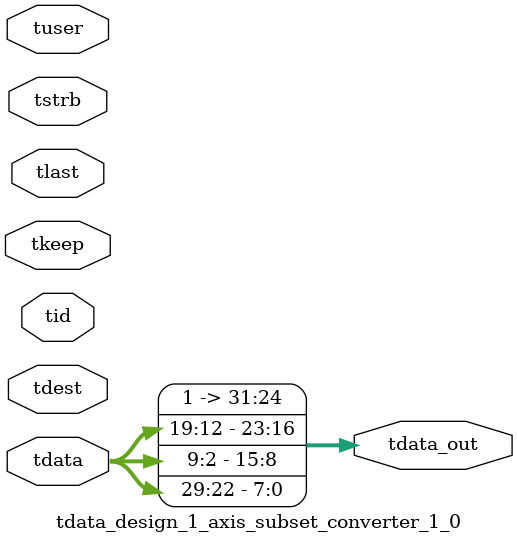
<source format=v>


`timescale 1ps/1ps

module tdata_design_1_axis_subset_converter_1_0 #
(
parameter C_S_AXIS_TDATA_WIDTH = 32,
parameter C_S_AXIS_TUSER_WIDTH = 0,
parameter C_S_AXIS_TID_WIDTH   = 0,
parameter C_S_AXIS_TDEST_WIDTH = 0,
parameter C_M_AXIS_TDATA_WIDTH = 32
)
(
input  [(C_S_AXIS_TDATA_WIDTH == 0 ? 1 : C_S_AXIS_TDATA_WIDTH)-1:0     ] tdata,
input  [(C_S_AXIS_TUSER_WIDTH == 0 ? 1 : C_S_AXIS_TUSER_WIDTH)-1:0     ] tuser,
input  [(C_S_AXIS_TID_WIDTH   == 0 ? 1 : C_S_AXIS_TID_WIDTH)-1:0       ] tid,
input  [(C_S_AXIS_TDEST_WIDTH == 0 ? 1 : C_S_AXIS_TDEST_WIDTH)-1:0     ] tdest,
input  [(C_S_AXIS_TDATA_WIDTH/8)-1:0 ] tkeep,
input  [(C_S_AXIS_TDATA_WIDTH/8)-1:0 ] tstrb,
input                                                                    tlast,
output [C_M_AXIS_TDATA_WIDTH-1:0] tdata_out
);

assign tdata_out = {8'b11111111,tdata[19:12],tdata[9:2],tdata[29:22]};

endmodule


</source>
